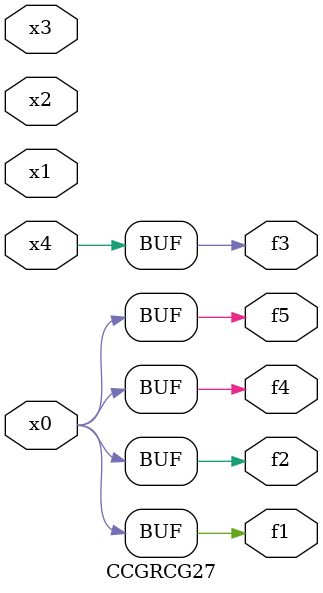
<source format=v>
module CCGRCG27(
	input x0, x1, x2, x3, x4,
	output f1, f2, f3, f4, f5
);
	assign f1 = x0;
	assign f2 = x0;
	assign f3 = x4;
	assign f4 = x0;
	assign f5 = x0;
endmodule

</source>
